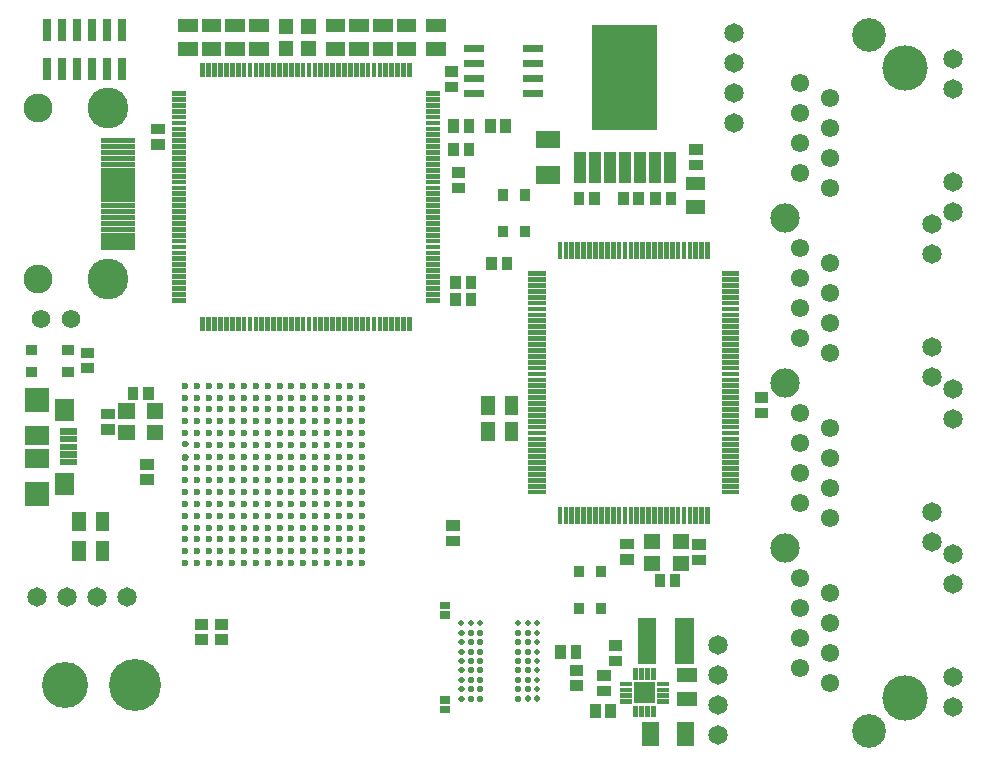
<source format=gbr>
G04 start of page 8 for group -4063 idx -4063 *
G04 Title: (unknown), componentmask *
G04 Creator: pcb 1.99z *
G04 CreationDate: Tue 11 Sep 2012 02:04:04 GMT UTC *
G04 For: ralph *
G04 Format: Gerber/RS-274X *
G04 PCB-Dimensions (mm): 80.00 62.50 *
G04 PCB-Coordinate-Origin: lower left *
%MOMM*%
%FSLAX43Y43*%
%LNTOPMASK*%
%ADD198R,1.600X1.600*%
%ADD197R,2.000X2.000*%
%ADD196R,1.650X1.650*%
%ADD195R,0.550X0.550*%
%ADD194R,1.300X1.300*%
%ADD193R,1.549X1.549*%
%ADD192C,0.499*%
%ADD191R,0.650X0.650*%
%ADD190C,0.002*%
%ADD189R,0.450X0.450*%
%ADD188R,5.502X5.502*%
%ADD187R,1.042X1.042*%
%ADD186R,1.450X1.450*%
%ADD185R,0.400X0.400*%
%ADD184R,0.852X0.852*%
%ADD183R,0.658X0.658*%
%ADD182C,0.350*%
%ADD181C,0.550*%
%ADD180R,1.150X1.150*%
%ADD179C,0.600*%
%ADD178R,0.900X0.900*%
%ADD177C,3.452*%
%ADD176C,2.452*%
%ADD175C,1.575*%
%ADD174C,3.850*%
%ADD173C,2.852*%
%ADD172C,4.402*%
%ADD171C,3.902*%
%ADD170C,2.487*%
%ADD169C,1.550*%
%ADD168C,1.650*%
G54D168*X1490Y13100D03*
X4030D03*
X6570D03*
X9110D03*
G54D169*X66110Y23630D03*
Y26170D03*
Y28710D03*
Y35060D03*
G54D170*X64840Y17280D03*
G54D171*X3800Y5650D03*
G54D172*X9800D03*
G54D168*X59150Y9060D03*
Y6520D03*
Y3980D03*
G54D169*X68650Y5850D03*
X66110Y7120D03*
X68650Y8390D03*
X66110Y9660D03*
X68650Y10930D03*
X66110Y12200D03*
Y14740D03*
Y21090D03*
G54D173*X71950Y1780D03*
G54D168*X59150Y1440D03*
G54D174*X75000Y4580D03*
G54D169*X68650Y36330D03*
Y38870D03*
Y41410D03*
X66110Y37600D03*
Y40140D03*
Y42680D03*
Y49030D03*
Y51570D03*
Y54110D03*
X68650Y47760D03*
Y50300D03*
Y52840D03*
Y55380D03*
X66110Y56650D03*
G54D168*X60500Y58370D03*
Y60910D03*
G54D170*X64840Y45220D03*
G54D173*X71950Y60720D03*
G54D174*X75000Y57920D03*
G54D168*X79060Y3830D03*
Y6370D03*
Y14220D03*
Y16760D03*
X77280Y17800D03*
Y20340D03*
X79060Y28190D03*
Y30730D03*
X77280Y31770D03*
Y34310D03*
Y42160D03*
Y44700D03*
X79060Y45740D03*
Y48280D03*
Y56130D03*
Y58670D03*
G54D169*X68650Y13470D03*
Y19820D03*
Y22360D03*
Y24900D03*
Y27440D03*
Y33790D03*
G54D170*X64840Y31250D03*
G54D175*X1780Y36650D03*
X4320D03*
G54D176*X1550Y54500D03*
Y40000D03*
G54D177*X7500Y54500D03*
Y40000D03*
G54D168*X60500Y53290D03*
Y55830D03*
G54D178*X16975Y10800D02*X17225D01*
X16975Y9500D02*X17225D01*
X15275Y10800D02*X15525D01*
X15275Y9500D02*X15525D01*
G54D179*X20000Y23000D03*
Y22000D03*
X17000Y23000D03*
Y22000D03*
X18000D03*
X19000D03*
X18000Y23000D03*
X19000D03*
X21000D03*
Y22000D03*
Y19000D03*
Y18000D03*
Y17000D03*
X20000Y21000D03*
X21000D03*
Y20000D03*
Y16000D03*
X16000Y23000D03*
Y22000D03*
Y21000D03*
X17000D03*
X18000D03*
X16000Y20000D03*
X17000D03*
X18000D03*
X16000Y19000D03*
Y18000D03*
Y17000D03*
Y16000D03*
X17000Y19000D03*
Y18000D03*
Y17000D03*
Y16000D03*
X18000Y19000D03*
Y18000D03*
Y17000D03*
Y16000D03*
X19000Y21000D03*
Y20000D03*
X20000D03*
X19000Y19000D03*
X20000D03*
X19000Y18000D03*
X20000D03*
X19000Y17000D03*
X20000D03*
X19000Y16000D03*
X20000D03*
G54D180*X7000Y19750D02*Y19250D01*
Y17250D02*Y16750D01*
G54D181*X14000Y24920D03*
G54D182*X13900Y25020D02*X14100D01*
G54D179*X14000Y24000D03*
X15000D03*
G54D182*X13875Y24970D02*X14125D01*
G54D179*X14000Y23000D03*
Y22000D03*
Y21000D03*
X15000Y25000D03*
X16000D03*
X17000D03*
X18000D03*
X19000D03*
X20000D03*
X21000D03*
X15000Y23000D03*
Y22000D03*
Y21000D03*
X25000Y25000D03*
Y24000D03*
Y23000D03*
Y22000D03*
X22000Y21000D03*
Y19000D03*
Y18000D03*
Y17000D03*
Y16000D03*
X23000Y21000D03*
Y19000D03*
Y18000D03*
Y17000D03*
Y16000D03*
X24000Y21000D03*
Y19000D03*
Y18000D03*
Y17000D03*
Y16000D03*
X25000Y21000D03*
Y19000D03*
Y18000D03*
Y17000D03*
Y16000D03*
X22000Y20000D03*
X23000D03*
X24000D03*
X25000D03*
X14000D03*
X15000D03*
X14000Y19000D03*
X15000D03*
X14000Y18000D03*
X15000D03*
Y17000D03*
Y16000D03*
X14000Y17000D03*
Y16000D03*
G54D183*X42954Y55745D02*X43946D01*
X42954Y57015D02*X43946D01*
X42954Y58285D02*X43946D01*
X42954Y59555D02*X43946D01*
G54D184*X42800Y47200D02*Y47100D01*
Y44100D02*Y44000D01*
X40900Y44100D02*Y44000D01*
Y47200D02*Y47100D01*
G54D178*X37025Y47750D02*X37275D01*
G54D183*X37954Y59555D02*X38946D01*
X37954Y58285D02*X38946D01*
X37954Y57015D02*X38946D01*
G54D185*X33000Y58125D02*Y57375D01*
X32500Y58125D02*Y57375D01*
X32000Y58125D02*Y57375D01*
G54D183*X37954Y55745D02*X38946D01*
G54D178*X38050Y53125D02*Y52875D01*
X36750Y53125D02*Y52875D01*
Y51125D02*Y50875D01*
X38050Y51125D02*Y50875D01*
X41150Y53125D02*Y52875D01*
X39850Y53125D02*Y52875D01*
X37025Y49050D02*X37275D01*
G54D186*X44450Y51850D02*X45050D01*
X44450Y48850D02*X45050D01*
G54D187*X47440Y50300D02*Y48700D01*
X48710Y50300D02*Y48700D01*
X49980Y50300D02*Y48700D01*
X51250Y50300D02*Y48700D01*
X52520Y50300D02*Y48700D01*
X53790Y50300D02*Y48700D01*
G54D188*X51250Y58800D02*Y55400D01*
G54D178*X53850Y46975D02*Y46725D01*
X51100Y46975D02*Y46725D01*
X52400Y46975D02*Y46725D01*
X47350Y46975D02*Y46725D01*
X48650Y46975D02*Y46725D01*
G54D185*X49250Y42975D02*Y41925D01*
X48750Y42975D02*Y41925D01*
X48250Y42975D02*Y41925D01*
X47750Y42975D02*Y41925D01*
X47250Y42975D02*Y41925D01*
X46750Y42975D02*Y41925D01*
X46250Y42975D02*Y41925D01*
X45750Y42975D02*Y41925D01*
G54D178*X41250Y41475D02*Y41225D01*
X39950Y41475D02*Y41225D01*
X38200Y38425D02*Y38175D01*
Y39875D02*Y39625D01*
X36900Y38425D02*Y38175D01*
Y39875D02*Y39625D01*
G54D185*X43275Y40500D02*X44325D01*
X43275Y40000D02*X44325D01*
X43275Y39500D02*X44325D01*
X43275Y39000D02*X44325D01*
X43275Y38500D02*X44325D01*
X43275Y38000D02*X44325D01*
X43275Y37500D02*X44325D01*
X43275Y37000D02*X44325D01*
X43275Y36500D02*X44325D01*
X43275Y36000D02*X44325D01*
X52750Y42975D02*Y41925D01*
X52250Y42975D02*Y41925D01*
X54250Y42975D02*Y41925D01*
X53750Y42975D02*Y41925D01*
X53250Y42975D02*Y41925D01*
X51750Y42975D02*Y41925D01*
X51250Y42975D02*Y41925D01*
X50750Y42975D02*Y41925D01*
X50250Y42975D02*Y41925D01*
X49750Y42975D02*Y41925D01*
X28000Y36625D02*Y35875D01*
X28500Y36625D02*Y35875D01*
X29000Y36625D02*Y35875D01*
X25000Y36625D02*Y35875D01*
X25500Y36625D02*Y35875D01*
X26000Y36625D02*Y35875D01*
X26500Y36625D02*Y35875D01*
X27000Y36625D02*Y35875D01*
X27500Y36625D02*Y35875D01*
X29500Y36625D02*Y35875D01*
X30000Y36625D02*Y35875D01*
X30500Y36625D02*Y35875D01*
X31000Y36625D02*Y35875D01*
X31500Y36625D02*Y35875D01*
X32000Y36625D02*Y35875D01*
X32500Y36625D02*Y35875D01*
X33000Y36625D02*Y35875D01*
X34625Y38250D02*X35375D01*
X34625Y38750D02*X35375D01*
X34625Y39250D02*X35375D01*
X34625Y39750D02*X35375D01*
X34625Y40250D02*X35375D01*
X34625Y40750D02*X35375D01*
X34625Y41250D02*X35375D01*
X34625Y41750D02*X35375D01*
X34625Y42250D02*X35375D01*
X34625Y42750D02*X35375D01*
X34625Y43250D02*X35375D01*
X34625Y43750D02*X35375D01*
X34625Y44250D02*X35375D01*
X34625Y44750D02*X35375D01*
X34625Y45250D02*X35375D01*
X34625Y45750D02*X35375D01*
X34625Y46250D02*X35375D01*
X34625Y46750D02*X35375D01*
X34625Y47250D02*X35375D01*
X34625Y47750D02*X35375D01*
X34625Y48250D02*X35375D01*
X34625Y48750D02*X35375D01*
X34625Y49250D02*X35375D01*
X34625Y49750D02*X35375D01*
X34625Y50250D02*X35375D01*
X34625Y50750D02*X35375D01*
X34625Y51250D02*X35375D01*
G54D183*X2325Y58446D02*Y57254D01*
X3595Y58446D02*Y57254D01*
X4865Y58446D02*Y57254D01*
X6135Y58446D02*Y57254D01*
X7405Y58446D02*Y57254D01*
X8675Y58446D02*Y57254D01*
Y61746D02*Y60554D01*
G54D178*X11575Y52750D02*X11825D01*
X11575Y51450D02*X11825D01*
G54D189*X7100Y51750D02*X9550D01*
G54D183*X7405Y61746D02*Y60554D01*
X6135Y61746D02*Y60554D01*
X4865Y61746D02*Y60554D01*
X3595Y61746D02*Y60554D01*
X2325Y61746D02*Y60554D01*
G54D185*X19500Y58125D02*Y57375D01*
X19000Y58125D02*Y57375D01*
X18500Y58125D02*Y57375D01*
X18000Y58125D02*Y57375D01*
X15500Y58125D02*Y57375D01*
X13125Y55750D02*X13875D01*
X13125Y55250D02*X13875D01*
X13125Y54750D02*X13875D01*
X13125Y54250D02*X13875D01*
G54D180*X14000Y59500D02*X14500D01*
X14000Y61500D02*X14500D01*
G54D185*X17500Y58125D02*Y57375D01*
X17000Y58125D02*Y57375D01*
X16500Y58125D02*Y57375D01*
X16000Y58125D02*Y57375D01*
G54D180*X20000Y59500D02*X20500D01*
X20000Y61500D02*X20500D01*
X18000Y59500D02*X18500D01*
X18000Y61500D02*X18500D01*
X16000Y59500D02*X16500D01*
X16000Y61500D02*X16500D01*
G54D189*X7100Y49750D02*X9550D01*
X7100Y50250D02*X9550D01*
X7100Y50750D02*X9550D01*
X7100Y51250D02*X9550D01*
G54D180*X35000Y59500D02*X35500D01*
X35000Y61500D02*X35500D01*
G54D178*X36424Y57591D02*X36674D01*
G54D185*X31500Y58125D02*Y57375D01*
X31000Y58125D02*Y57375D01*
X30500Y58125D02*Y57375D01*
X30000Y58125D02*Y57375D01*
X29500Y58125D02*Y57375D01*
X29000Y58125D02*Y57375D01*
G54D180*X26497Y59501D02*X26997D01*
X26497Y61501D02*X26997D01*
X28500Y61500D02*X29000D01*
X30497Y61501D02*X30997D01*
X32500Y61500D02*X33000D01*
G54D190*G36*
X23824Y62076D02*Y60824D01*
X25076D01*
Y62076D01*
X23824D01*
G37*
G36*
Y60176D02*Y58924D01*
X25076D01*
Y60176D01*
X23824D01*
G37*
G54D180*X28500Y59500D02*X29000D01*
X30497Y59501D02*X30997D01*
X32500Y59500D02*X33000D01*
G54D190*G36*
X21924Y62076D02*Y60824D01*
X23176D01*
Y62076D01*
X21924D01*
G37*
G36*
Y60176D02*Y58924D01*
X23176D01*
Y60176D01*
X21924D01*
G37*
G54D185*X28500Y58125D02*Y57375D01*
X28000Y58125D02*Y57375D01*
X27500Y58125D02*Y57375D01*
X27000Y58125D02*Y57375D01*
X26500Y58125D02*Y57375D01*
X26000Y58125D02*Y57375D01*
X25500Y58125D02*Y57375D01*
X25000Y58125D02*Y57375D01*
X24500Y58125D02*Y57375D01*
X24000Y58125D02*Y57375D01*
X23500Y58125D02*Y57375D01*
X23000Y58125D02*Y57375D01*
X22500Y58125D02*Y57375D01*
X22000Y58125D02*Y57375D01*
X21500Y58125D02*Y57375D01*
X21000Y58125D02*Y57375D01*
X20500Y58125D02*Y57375D01*
X20000Y58125D02*Y57375D01*
G54D178*X36424Y56291D02*X36674D01*
G54D185*X34625Y52750D02*X35375D01*
X34625Y53250D02*X35375D01*
X34625Y53750D02*X35375D01*
X34625Y51750D02*X35375D01*
X34625Y52250D02*X35375D01*
X34625Y54250D02*X35375D01*
X34625Y54750D02*X35375D01*
X34625Y55250D02*X35375D01*
X34625Y55750D02*X35375D01*
X13125Y53750D02*X13875D01*
X13125Y53250D02*X13875D01*
X13125Y52750D02*X13875D01*
X13125Y52250D02*X13875D01*
X13125Y51750D02*X13875D01*
X13125Y51250D02*X13875D01*
X13125Y50750D02*X13875D01*
X13125Y50250D02*X13875D01*
X13125Y49750D02*X13875D01*
X13125Y49250D02*X13875D01*
X13125Y48750D02*X13875D01*
X13125Y48250D02*X13875D01*
X13125Y47750D02*X13875D01*
X13125Y47250D02*X13875D01*
X13125Y46750D02*X13875D01*
X13125Y46250D02*X13875D01*
X13125Y45750D02*X13875D01*
X13125Y45250D02*X13875D01*
X13125Y44750D02*X13875D01*
X13125Y44250D02*X13875D01*
X13125Y43750D02*X13875D01*
X13125Y43250D02*X13875D01*
X13125Y42750D02*X13875D01*
X13125Y42250D02*X13875D01*
X13125Y41750D02*X13875D01*
X13125Y41250D02*X13875D01*
X13125Y40750D02*X13875D01*
X13125Y40250D02*X13875D01*
X13125Y39750D02*X13875D01*
X13125Y39250D02*X13875D01*
X13125Y38750D02*X13875D01*
G54D189*X7100Y42750D02*X9550D01*
X7100Y43250D02*X9550D01*
X7100Y43750D02*X9550D01*
X7100Y44250D02*X9550D01*
X7100Y44750D02*X9550D01*
X7100Y45250D02*X9550D01*
X7100Y45750D02*X9550D01*
X7100Y46250D02*X9550D01*
X7100Y46750D02*X9550D01*
X7100Y47250D02*X9550D01*
X7100Y47750D02*X9550D01*
X7100Y48250D02*X9550D01*
X7100Y48750D02*X9550D01*
X7100Y49250D02*X9550D01*
G54D185*X59675Y22000D02*X60725D01*
X59675Y22500D02*X60725D01*
X59675Y23000D02*X60725D01*
X59675Y23500D02*X60725D01*
G54D191*X35900Y3600D02*X36100D01*
X35900Y4400D02*X36100D01*
X35900Y12400D02*X36100D01*
X35900Y11600D02*X36100D01*
G54D181*X39000Y4500D03*
X38200D03*
X39000Y5300D03*
X38200D03*
X39000Y6100D03*
X38200D03*
G54D192*X43800Y4525D02*Y4475D01*
X43000Y4525D02*Y4475D01*
G54D181*X42200Y4500D03*
G54D192*X43775Y5300D02*X43825D01*
G54D181*X43000D03*
X42200D03*
G54D192*X43775Y6100D02*X43825D01*
G54D181*X43000D03*
X42200D03*
G54D192*X43775Y6900D02*X43825D01*
G54D178*X48750Y3575D02*Y3325D01*
X50050Y3575D02*Y3325D01*
X49325Y6450D02*X49575D01*
X49325Y5150D02*X49575D01*
G54D192*X37375Y4500D02*X37425D01*
X37375Y5300D02*X37425D01*
X37375Y6100D02*X37425D01*
G54D181*X39000Y6900D03*
Y7700D03*
Y8500D03*
Y9300D03*
X38200Y6900D03*
Y7700D03*
Y8500D03*
Y9300D03*
G54D192*X37375Y6900D02*X37425D01*
X37375Y7700D02*X37425D01*
X37375Y8500D02*X37425D01*
X37375Y9300D02*X37425D01*
X37375Y10100D02*X37425D01*
X37400Y10925D02*Y10875D01*
G54D181*X39000Y10100D03*
G54D192*Y10925D02*Y10875D01*
G54D181*X38200Y10100D03*
G54D192*Y10925D02*Y10875D01*
G54D181*X43000Y6900D03*
Y7700D03*
Y8500D03*
Y9300D03*
Y10100D03*
G54D192*Y10925D02*Y10875D01*
G54D181*X42200Y6900D03*
Y7700D03*
Y8500D03*
Y9300D03*
Y10100D03*
G54D192*Y10925D02*Y10875D01*
X43775Y7700D02*X43825D01*
X43775Y8500D02*X43825D01*
X43775Y9300D02*X43825D01*
X43775Y10100D02*X43825D01*
X43800Y10925D02*Y10875D01*
G54D178*X47100Y8575D02*Y8325D01*
X45800Y8575D02*Y8325D01*
X50325Y9000D02*X50575D01*
X50325Y7700D02*X50575D01*
X47025Y5600D02*X47275D01*
X47025Y6900D02*X47275D01*
G54D184*X47349Y12201D02*Y12101D01*
X49249Y12201D02*Y12101D01*
G54D185*X52150Y3725D02*Y3125D01*
X52650Y3725D02*Y3125D01*
X53150Y3725D02*Y3125D01*
X53650Y3725D02*Y3125D01*
G54D186*X53400Y1800D02*Y1200D01*
G54D193*X56288Y10606D02*Y8194D01*
G54D186*X56400Y1800D02*Y1200D01*
G54D180*X56250Y4500D02*X56750D01*
X56250Y6500D02*X56750D01*
G54D185*X53650Y6875D02*Y6275D01*
X53150Y6875D02*Y6275D01*
X52650Y6875D02*Y6275D01*
G54D193*X53112Y10606D02*Y8194D01*
G54D185*X52150Y6875D02*Y6275D01*
X51025Y5750D02*X51625D01*
X51025Y5250D02*X51625D01*
X51025Y4750D02*X51625D01*
X51025Y4250D02*X51625D01*
X54175D02*X54775D01*
X54175Y4750D02*X54775D01*
X54175Y5250D02*X54775D01*
X54175Y5750D02*X54775D01*
G54D190*G36*
X52013Y5887D02*Y4113D01*
X53787D01*
Y5887D01*
X52013D01*
G37*
G54D185*X43275Y35500D02*X44325D01*
X43275Y35000D02*X44325D01*
X43275Y34500D02*X44325D01*
X43275Y34000D02*X44325D01*
X43275Y33500D02*X44325D01*
X43275Y33000D02*X44325D01*
X43275Y32500D02*X44325D01*
X43275Y32000D02*X44325D01*
X43275Y31500D02*X44325D01*
X43275Y31000D02*X44325D01*
X43275Y30500D02*X44325D01*
X43275Y30000D02*X44325D01*
G54D180*X41650Y29600D02*Y29100D01*
X39650Y29600D02*Y29100D01*
G54D185*X43275Y29500D02*X44325D01*
X43275Y29000D02*X44325D01*
X43275Y28500D02*X44325D01*
X43275Y28000D02*X44325D01*
X43275Y27500D02*X44325D01*
X43275Y27000D02*X44325D01*
X43275Y26500D02*X44325D01*
X43275Y26000D02*X44325D01*
X43275Y25500D02*X44325D01*
X43275Y25000D02*X44325D01*
X43275Y24500D02*X44325D01*
X43275Y24000D02*X44325D01*
G54D180*X39650Y27400D02*Y26900D01*
X41650Y27400D02*Y26900D01*
G54D178*X62675Y30000D02*X62925D01*
X62675Y28700D02*X62925D01*
G54D185*X59675Y31000D02*X60725D01*
X59675Y31500D02*X60725D01*
X59675Y27500D02*X60725D01*
X59675Y28000D02*X60725D01*
X59675Y24000D02*X60725D01*
X59675Y24500D02*X60725D01*
X59675Y25000D02*X60725D01*
X59675Y25500D02*X60725D01*
X59675Y26000D02*X60725D01*
X59675Y26500D02*X60725D01*
X59675Y27000D02*X60725D01*
X59675Y28500D02*X60725D01*
X59675Y29000D02*X60725D01*
X59675Y29500D02*X60725D01*
X59675Y30000D02*X60725D01*
X59675Y30500D02*X60725D01*
X59675Y36000D02*X60725D01*
X59675Y36500D02*X60725D01*
X59675Y37000D02*X60725D01*
X59675Y37500D02*X60725D01*
X59675Y39000D02*X60725D01*
X59675Y39500D02*X60725D01*
X59675Y40000D02*X60725D01*
X59675Y40500D02*X60725D01*
X59675Y33500D02*X60725D01*
X59675Y34000D02*X60725D01*
X59675Y32000D02*X60725D01*
X59675Y32500D02*X60725D01*
X59675Y33000D02*X60725D01*
X59675Y34500D02*X60725D01*
X59675Y35000D02*X60725D01*
X59675Y35500D02*X60725D01*
X59675Y38000D02*X60725D01*
X59675Y38500D02*X60725D01*
X58250Y42975D02*Y41925D01*
X57750Y42975D02*Y41925D01*
G54D180*X56989Y46114D02*X57489D01*
X56989Y48114D02*X57489D01*
G54D178*X57125Y51000D02*X57375D01*
X57125Y49700D02*X57375D01*
G54D185*X57250Y42975D02*Y41925D01*
X56750Y42975D02*Y41925D01*
X56250Y42975D02*Y41925D01*
X55750Y42975D02*Y41925D01*
X55250Y42975D02*Y41925D01*
X54750Y42975D02*Y41925D01*
G54D187*X55060Y50300D02*Y48700D01*
G54D178*X55150Y46975D02*Y46725D01*
G54D185*X46750Y20575D02*Y19525D01*
X47250Y20575D02*Y19525D01*
X47750Y20575D02*Y19525D01*
X48250Y20575D02*Y19525D01*
X48750Y20575D02*Y19525D01*
X51250Y20575D02*Y19525D01*
X51750Y20575D02*Y19525D01*
X52250Y20575D02*Y19525D01*
X52750Y20575D02*Y19525D01*
X53250Y20575D02*Y19525D01*
X53750Y20575D02*Y19525D01*
X54250Y20575D02*Y19525D01*
X54750Y20575D02*Y19525D01*
X55250Y20575D02*Y19525D01*
X55750Y20575D02*Y19525D01*
X56250Y20575D02*Y19525D01*
X56750Y20575D02*Y19525D01*
X57250Y20575D02*Y19525D01*
X57750Y20575D02*Y19525D01*
X58250Y20575D02*Y19525D01*
X43275Y23500D02*X44325D01*
X43275Y23000D02*X44325D01*
X43275Y22500D02*X44325D01*
X43275Y22000D02*X44325D01*
X45750Y20575D02*Y19525D01*
X46250Y20575D02*Y19525D01*
G54D184*X47349Y15301D02*Y15201D01*
G54D178*X36575Y19150D02*X36825D01*
X36575Y17850D02*X36825D01*
X51275Y17600D02*X51525D01*
X51275Y16300D02*X51525D01*
G54D185*X49250Y20575D02*Y19525D01*
X49750Y20575D02*Y19525D01*
X50250Y20575D02*Y19525D01*
X50750Y20575D02*Y19525D01*
G54D184*X49249Y15301D02*Y15201D01*
G54D194*X53475Y15975D02*X53575D01*
X53475Y17825D02*X53575D01*
G54D178*X57375Y16250D02*X57625D01*
X57375Y17550D02*X57625D01*
X55500Y14625D02*Y14375D01*
X54200Y14625D02*Y14375D01*
G54D194*X55925Y15975D02*X56025D01*
X55925Y17825D02*X56025D01*
G54D179*X26000Y29000D03*
Y28000D03*
X27000D03*
X26000Y31000D03*
Y30000D03*
X27000D03*
X28000D03*
X29000D03*
X27000Y31000D03*
X28000D03*
X29000D03*
X27000Y29000D03*
X28000D03*
X29000D03*
X27000Y20000D03*
Y19000D03*
Y18000D03*
Y17000D03*
X26000Y21000D03*
Y20000D03*
Y19000D03*
Y22000D03*
X27000D03*
Y21000D03*
X28000Y22000D03*
Y21000D03*
Y20000D03*
Y19000D03*
Y18000D03*
Y17000D03*
X29000Y22000D03*
Y21000D03*
Y20000D03*
Y19000D03*
Y18000D03*
Y17000D03*
X26000Y27000D03*
Y26000D03*
Y25000D03*
X28000Y28000D03*
X29000D03*
X28000Y27000D03*
X29000D03*
X28000Y26000D03*
X29000D03*
X27000Y27000D03*
Y26000D03*
Y25000D03*
Y24000D03*
Y23000D03*
X28000Y25000D03*
Y24000D03*
Y23000D03*
X29000Y25000D03*
Y24000D03*
Y23000D03*
X26000Y24000D03*
Y23000D03*
Y18000D03*
Y17000D03*
Y16000D03*
X27000D03*
X28000D03*
X29000D03*
G54D178*X10675Y24350D02*X10925D01*
X10675Y23050D02*X10925D01*
G54D180*X5000Y19750D02*Y19250D01*
Y17250D02*Y16750D01*
G54D178*X7375Y28600D02*X7625D01*
X9600Y30475D02*Y30225D01*
X10900Y30475D02*Y30225D01*
G54D194*X8975Y28875D02*X9075D01*
G54D178*X5625Y32491D02*X5875D01*
X5625Y33791D02*X5875D01*
G54D184*X4050Y32150D02*X4150D01*
X950D02*X1050D01*
X950Y34050D02*X1050D01*
X4050D02*X4150D01*
G54D195*X3650Y25830D02*X4600D01*
X3650Y26480D02*X4600D01*
X3650Y25180D02*X4600D01*
X3650Y27130D02*X4600D01*
G54D196*X3800Y29080D02*Y28830D01*
G54D195*X3650Y24530D02*X4600D01*
G54D196*X3800Y22830D02*Y22580D01*
G54D197*X1425Y21855D02*X1475D01*
G54D198*X1225Y24855D02*X1675D01*
X1225Y26805D02*X1675D01*
G54D197*X1425Y29805D02*X1475D01*
G54D178*X7375Y27300D02*X7625D01*
G54D194*X8975Y27025D02*X9075D01*
X11425Y28875D02*X11525D01*
G54D179*X22000Y22000D03*
X23000D03*
X24000D03*
X16000Y24000D03*
X17000D03*
X19000D03*
X18000D03*
X20000D03*
X21000D03*
G54D185*Y36625D02*Y35875D01*
X21500Y36625D02*Y35875D01*
X22000Y36625D02*Y35875D01*
G54D179*X20000Y31000D03*
X21000D03*
X22000D03*
G54D185*X15500Y36625D02*Y35875D01*
G54D179*X16000Y31000D03*
Y30000D03*
X19000Y31000D03*
X23000D03*
X24000D03*
X17000D03*
X18000D03*
X17000Y30000D03*
X22000Y25000D03*
X23000D03*
X24000D03*
X22000Y24000D03*
Y23000D03*
X23000D03*
Y24000D03*
X24000D03*
Y23000D03*
G54D185*X16000Y36625D02*Y35875D01*
X16500Y36625D02*Y35875D01*
X17000Y36625D02*Y35875D01*
X13125Y38250D02*X13875D01*
X17500Y36625D02*Y35875D01*
X18000Y36625D02*Y35875D01*
X18500Y36625D02*Y35875D01*
X19000Y36625D02*Y35875D01*
X19500Y36625D02*Y35875D01*
X20000Y36625D02*Y35875D01*
X20500Y36625D02*Y35875D01*
X22500Y36625D02*Y35875D01*
X23000Y36625D02*Y35875D01*
X23500Y36625D02*Y35875D01*
X24000Y36625D02*Y35875D01*
X24500Y36625D02*Y35875D01*
G54D179*X25000Y31000D03*
X22000Y30000D03*
X23000D03*
X24000D03*
X25000D03*
X21000Y29000D03*
X22000D03*
X23000D03*
X24000D03*
X25000D03*
Y28000D03*
X14000Y31000D03*
X15000D03*
X14000Y30000D03*
X15000D03*
X14000Y29000D03*
X15000D03*
X16000D03*
X14000Y28000D03*
X15000D03*
X16000D03*
X18000Y30000D03*
X19000D03*
X20000D03*
X21000D03*
X17000Y29000D03*
Y28000D03*
X18000Y29000D03*
X19000D03*
X20000D03*
X18000Y28000D03*
X19000D03*
X20000D03*
X21000D03*
G54D194*X11425Y27025D02*X11525D01*
G54D179*X15000Y27000D03*
X16000D03*
X17000D03*
X18000D03*
X19000D03*
X14000D03*
G54D181*Y26080D03*
G54D182*X13900Y25980D02*X14100D01*
X13875Y26030D02*X14125D01*
G54D179*X15000Y26000D03*
X16000D03*
X17000D03*
X22000Y28000D03*
Y27000D03*
X23000Y28000D03*
Y27000D03*
X24000Y28000D03*
Y27000D03*
X25000D03*
X20000D03*
X21000D03*
X18000Y26000D03*
X19000D03*
X20000D03*
X21000D03*
X22000D03*
X23000D03*
X24000D03*
X25000D03*
M02*

</source>
